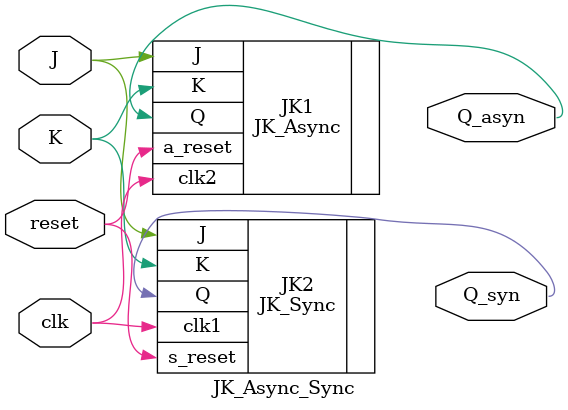
<source format=v>
`timescale 1ns / 1ps


module JK_Async_Sync(
    input J,
    input K,
    input clk,
    input reset,
    output Q_asyn,
    output Q_syn
    );
    
    JK_Sync JK2(.J(J), .K(K), .clk1(clk), .s_reset(reset), .Q(Q_syn));
    JK_Async JK1(.J(J), .K(K), .clk2(clk), .a_reset(reset), .Q(Q_asyn));
    

endmodule

</source>
